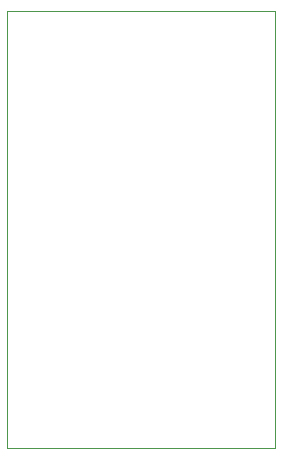
<source format=gm1>
%TF.GenerationSoftware,KiCad,Pcbnew,6.0.4-6f826c9f35~116~ubuntu20.04.1*%
%TF.CreationDate,2022-04-28T13:53:24-05:00*%
%TF.ProjectId,opamp_inverting_single,6f70616d-705f-4696-9e76-657274696e67,1.0*%
%TF.SameCoordinates,Original*%
%TF.FileFunction,Profile,NP*%
%FSLAX46Y46*%
G04 Gerber Fmt 4.6, Leading zero omitted, Abs format (unit mm)*
G04 Created by KiCad (PCBNEW 6.0.4-6f826c9f35~116~ubuntu20.04.1) date 2022-04-28 13:53:24*
%MOMM*%
%LPD*%
G01*
G04 APERTURE LIST*
%TA.AperFunction,Profile*%
%ADD10C,0.100000*%
%TD*%
G04 APERTURE END LIST*
D10*
X141824989Y-68799989D02*
X164525000Y-68799989D01*
X164525000Y-68799989D02*
X164525000Y-105799989D01*
X164525000Y-105799989D02*
X141824989Y-105799989D01*
X141824989Y-105799989D02*
X141824989Y-68799989D01*
M02*

</source>
